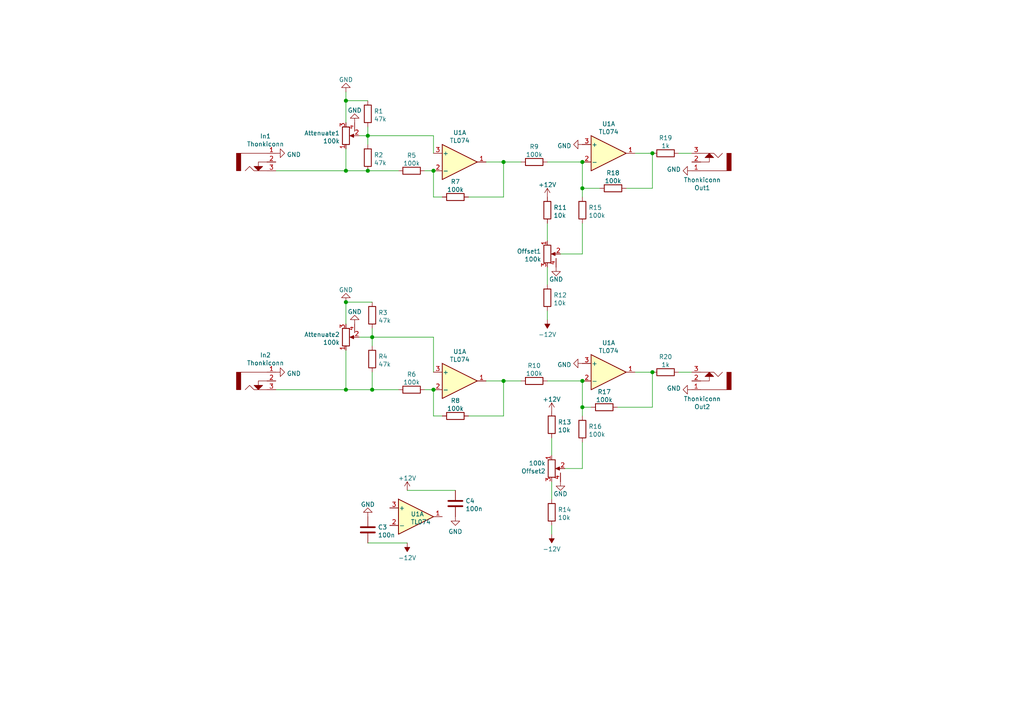
<source format=kicad_sch>
(kicad_sch (version 20210126) (generator eeschema)
  (paper "A4")
  (lib_symbols
    (symbol "Amplifier_Operational:TL074" (pin_names (offset 0.127))
      (property "Reference" "U" (at 0 5.08 0))
      (property "Value" "TL074" (at 0 -5.08 0))
      (symbol "TL074_1_1"
        (polyline (pts (xy -5.08 5.08) (xy 5.08 0) (xy -5.08 -5.08) (xy -5.08 5.08)) (stroke (width 0.254)) (fill (type background)))
        (pin output line (at 7.62 0 180) (length 2.54) (name "~") (number "1"))
        (pin input line (at -7.62 -2.54 0) (length 2.54) (name "-") (number "2"))
        (pin input line (at -7.62 2.54 0) (length 2.54) (name "+") (number "3"))
      )
      (symbol "TL074_2_1"
        (polyline (pts (xy -5.08 5.08) (xy 5.08 0) (xy -5.08 -5.08) (xy -5.08 5.08)) (stroke (width 0.254)) (fill (type background)))
        (pin input line (at -7.62 2.54 0) (length 2.54) (name "+") (number "5"))
        (pin input line (at -7.62 -2.54 0) (length 2.54) (name "-") (number "6"))
        (pin output line (at 7.62 0 180) (length 2.54) (name "~") (number "7"))
      )
      (symbol "TL074_3_1"
        (polyline (pts (xy -5.08 5.08) (xy 5.08 0) (xy -5.08 -5.08) (xy -5.08 5.08)) (stroke (width 0.254)) (fill (type background)))
        (pin input line (at -7.62 2.54 0) (length 2.54) (name "+") (number "10"))
        (pin output line (at 7.62 0 180) (length 2.54) (name "~") (number "8"))
        (pin input line (at -7.62 -2.54 0) (length 2.54) (name "-") (number "9"))
      )
      (symbol "TL074_4_1"
        (polyline (pts (xy -5.08 5.08) (xy 5.08 0) (xy -5.08 -5.08) (xy -5.08 5.08)) (stroke (width 0.254)) (fill (type background)))
        (pin input line (at -7.62 2.54 0) (length 2.54) (name "+") (number "12"))
        (pin input line (at -7.62 -2.54 0) (length 2.54) (name "-") (number "13"))
        (pin output line (at 7.62 0 180) (length 2.54) (name "~") (number "14"))
      )
      (symbol "TL074_5_1"
        (pin power_in line (at -2.54 -7.62 90) (length 3.81) (name "V-") (number "11"))
        (pin power_in line (at -2.54 7.62 270) (length 3.81) (name "V+") (number "4"))
      )
    )
    (symbol "Device:C" (pin_numbers hide) (pin_names (offset 0.254))
      (property "Reference" "C" (at 0.635 2.54 0))
      (property "Value" "C" (at 0.635 -2.54 0))
      (symbol "C_0_1"
        (polyline (pts (xy -2.032 -0.762) (xy 2.032 -0.762)) (stroke (width 0.508)))
        (polyline (pts (xy -2.032 0.762) (xy 2.032 0.762)) (stroke (width 0.508)))
      )
      (symbol "C_1_1"
        (pin passive line (at 0 3.81 270) (length 2.794) (name "~") (number "1"))
        (pin passive line (at 0 -3.81 90) (length 2.794) (name "~") (number "2"))
      )
    )
    (symbol "Device:R" (pin_numbers hide) (pin_names (offset 0))
      (property "Reference" "R" (at 2.032 0 90))
      (property "Value" "R" (at 0 0 90))
      (symbol "R_0_1"
        (rectangle (start -1.016 -2.54) (end 1.016 2.54) (stroke (width 0.254)))
      )
      (symbol "R_1_1"
        (pin passive line (at 0 3.81 270) (length 1.27) (name "~") (number "1"))
        (pin passive line (at 0 -3.81 90) (length 1.27) (name "~") (number "2"))
      )
    )
    (symbol "Device:R_Potentiometer_GND2" (pin_names (offset 1.016) hide)
      (property "Reference" "RV" (at -4.445 0 90))
      (property "Value" "R_Potentiometer_GND2" (at -2.54 0 90))
      (symbol "R_Potentiometer_GND2_0_1"
        (rectangle (start 1.016 2.54) (end -1.016 -2.54) (stroke (width 0.254)))
        (polyline (pts (xy 2.54 0) (xy 1.524 0)))
        (polyline (pts (xy 1.143 0) (xy 2.286 0.508) (xy 2.286 -0.508) (xy 1.143 0)) (fill (type outline)))
      )
      (symbol "R_Potentiometer_GND2_1_1"
        (pin passive line (at 0 3.81 270) (length 1.27) (name "1") (number "1"))
        (pin passive line (at 3.81 0 180) (length 1.27) (name "2") (number "2"))
        (pin passive line (at 0 -3.81 90) (length 1.27) (name "3") (number "3"))
        (pin passive line (at 2.54 -3.81 90) (length 2.54) (name "GND") (number "4"))
      )
    )
    (symbol "nathans_symbols:Thonkiconn"
      (property "Reference" "U" (at -2.54 7.62 0))
      (property "Value" "Thonkiconn" (at -2.54 5.08 0))
      (symbol "Thonkiconn_0_1"
        (rectangle (start -11.43 2.54) (end -10.16 -2.54) (stroke (width 0.1524)) (fill (type outline)))
        (polyline (pts (xy -2.54 2.54) (xy -10.16 2.54)) (stroke (width 0.1524)))
        (polyline (pts (xy -2.54 0) (xy -5.08 0) (xy -5.08 -2.54)) (stroke (width 0.1524)))
        (polyline (pts (xy -2.54 -2.54) (xy -6.35 -2.54) (xy -7.62 -1.27) (xy -8.89 -2.54)) (stroke (width 0.1524)))
        (polyline (pts (xy -5.08 -2.54) (xy -6.35 -1.27) (xy -3.81 -1.27) (xy -5.08 -2.54)) (stroke (width 0.1524)) (fill (type outline)))
      )
      (symbol "Thonkiconn_1_1"
        (pin passive line (at 0 2.54 180) (length 2.54) (name "") (number "1"))
        (pin passive line (at 0 0 180) (length 2.54) (name "") (number "2"))
        (pin passive line (at 0 -2.54 180) (length 2.54) (name "") (number "3"))
      )
    )
    (symbol "power:+12V" (power) (pin_names (offset 0))
      (property "Value" "+12V" (at 0 3.556 0))
      (symbol "+12V_0_1"
        (polyline (pts (xy -0.762 1.27) (xy 0 2.54)))
        (polyline (pts (xy 0 0) (xy 0 2.54)))
        (polyline (pts (xy 0 2.54) (xy 0.762 1.27)))
      )
      (symbol "+12V_1_1"
        (pin power_in line (at 0 0 90) (length 0) hide (name "+12V") (number "1"))
      )
    )
    (symbol "power:-12V" (power) (pin_names (offset 0))
      (property "Value" "-12V" (at 0 3.81 0))
      (symbol "-12V_0_0"
        (pin power_in line (at 0 0 90) (length 0) hide (name "-12V") (number "1"))
      )
      (symbol "-12V_0_1"
        (polyline (pts (xy 0 0) (xy 0 1.27) (xy 0.762 1.27) (xy 0 2.54) (xy -0.762 1.27) (xy 0 1.27)) (fill (type outline)))
      )
    )
    (symbol "power:GND" (power) (pin_names (offset 0))
      (property "Value" "GND" (at 0 -3.81 0))
      (symbol "GND_0_1"
        (polyline (pts (xy 0 0) (xy 0 -1.27) (xy 1.27 -1.27) (xy 0 -2.54) (xy -1.27 -1.27) (xy 0 -1.27)))
      )
      (symbol "GND_1_1"
        (pin power_in line (at 0 0 270) (length 0) hide (name "GND") (number "1"))
      )
    )
  )
  (junction (at 100.33 29.21) (diameter 1.016))
  (junction (at 100.33 49.53) (diameter 1.016))
  (junction (at 100.33 87.63) (diameter 1.016))
  (junction (at 100.33 113.03) (diameter 1.016))
  (junction (at 106.68 39.37) (diameter 1.016))
  (junction (at 106.68 49.53) (diameter 1.016))
  (junction (at 107.95 97.79) (diameter 1.016))
  (junction (at 107.95 113.03) (diameter 1.016))
  (junction (at 125.73 49.53) (diameter 1.016))
  (junction (at 125.73 113.03) (diameter 1.016))
  (junction (at 146.05 46.99) (diameter 1.016))
  (junction (at 146.05 110.49) (diameter 1.016))
  (junction (at 168.91 46.99) (diameter 1.016))
  (junction (at 168.91 54.61) (diameter 1.016))
  (junction (at 168.91 110.49) (diameter 1.016))
  (junction (at 168.91 118.11) (diameter 1.016))
  (junction (at 189.23 44.45) (diameter 1.016))
  (junction (at 189.23 107.95) (diameter 1.016))
  (wire (pts (xy 80.01 49.53) (xy 100.33 49.53)))
  (wire (pts (xy 80.01 113.03) (xy 100.33 113.03)))
  (wire (pts (xy 100.33 26.67) (xy 100.33 29.21)))
  (wire (pts (xy 100.33 29.21) (xy 100.33 35.56)))
  (wire (pts (xy 100.33 29.21) (xy 106.68 29.21)))
  (wire (pts (xy 100.33 43.18) (xy 100.33 49.53)))
  (wire (pts (xy 100.33 49.53) (xy 106.68 49.53)))
  (wire (pts (xy 100.33 87.63) (xy 100.33 93.98)))
  (wire (pts (xy 100.33 101.6) (xy 100.33 113.03)))
  (wire (pts (xy 104.14 39.37) (xy 106.68 39.37)))
  (wire (pts (xy 104.14 97.79) (xy 107.95 97.79)))
  (wire (pts (xy 106.68 36.83) (xy 106.68 39.37)))
  (wire (pts (xy 106.68 39.37) (xy 106.68 41.91)))
  (wire (pts (xy 106.68 39.37) (xy 125.73 39.37)))
  (wire (pts (xy 106.68 49.53) (xy 115.57 49.53)))
  (wire (pts (xy 106.68 157.48) (xy 118.11 157.48)))
  (wire (pts (xy 107.95 87.63) (xy 100.33 87.63)))
  (wire (pts (xy 107.95 95.25) (xy 107.95 97.79)))
  (wire (pts (xy 107.95 97.79) (xy 107.95 100.33)))
  (wire (pts (xy 107.95 97.79) (xy 125.73 97.79)))
  (wire (pts (xy 107.95 107.95) (xy 107.95 113.03)))
  (wire (pts (xy 107.95 113.03) (xy 100.33 113.03)))
  (wire (pts (xy 115.57 113.03) (xy 107.95 113.03)))
  (wire (pts (xy 118.11 142.24) (xy 132.08 142.24)))
  (wire (pts (xy 123.19 49.53) (xy 125.73 49.53)))
  (wire (pts (xy 123.19 113.03) (xy 125.73 113.03)))
  (wire (pts (xy 125.73 39.37) (xy 125.73 44.45)))
  (wire (pts (xy 125.73 49.53) (xy 125.73 57.15)))
  (wire (pts (xy 125.73 57.15) (xy 128.27 57.15)))
  (wire (pts (xy 125.73 97.79) (xy 125.73 107.95)))
  (wire (pts (xy 125.73 113.03) (xy 125.73 120.65)))
  (wire (pts (xy 125.73 120.65) (xy 128.27 120.65)))
  (wire (pts (xy 135.89 57.15) (xy 146.05 57.15)))
  (wire (pts (xy 135.89 120.65) (xy 146.05 120.65)))
  (wire (pts (xy 146.05 46.99) (xy 140.97 46.99)))
  (wire (pts (xy 146.05 57.15) (xy 146.05 46.99)))
  (wire (pts (xy 146.05 110.49) (xy 140.97 110.49)))
  (wire (pts (xy 146.05 120.65) (xy 146.05 110.49)))
  (wire (pts (xy 151.13 46.99) (xy 146.05 46.99)))
  (wire (pts (xy 151.13 110.49) (xy 146.05 110.49)))
  (wire (pts (xy 158.75 46.99) (xy 168.91 46.99)))
  (wire (pts (xy 158.75 64.77) (xy 158.75 69.85)))
  (wire (pts (xy 158.75 77.47) (xy 158.75 82.55)))
  (wire (pts (xy 158.75 90.17) (xy 158.75 92.71)))
  (wire (pts (xy 158.75 110.49) (xy 168.91 110.49)))
  (wire (pts (xy 160.02 127) (xy 160.02 132.08)))
  (wire (pts (xy 160.02 139.7) (xy 160.02 144.78)))
  (wire (pts (xy 160.02 152.4) (xy 160.02 154.94)))
  (wire (pts (xy 162.56 73.66) (xy 168.91 73.66)))
  (wire (pts (xy 163.83 135.89) (xy 168.91 135.89)))
  (wire (pts (xy 168.91 46.99) (xy 168.91 54.61)))
  (wire (pts (xy 168.91 54.61) (xy 168.91 57.15)))
  (wire (pts (xy 168.91 54.61) (xy 173.99 54.61)))
  (wire (pts (xy 168.91 64.77) (xy 168.91 73.66)))
  (wire (pts (xy 168.91 110.49) (xy 168.91 118.11)))
  (wire (pts (xy 168.91 118.11) (xy 168.91 120.65)))
  (wire (pts (xy 168.91 118.11) (xy 171.45 118.11)))
  (wire (pts (xy 168.91 135.89) (xy 168.91 128.27)))
  (wire (pts (xy 179.07 118.11) (xy 189.23 118.11)))
  (wire (pts (xy 181.61 54.61) (xy 189.23 54.61)))
  (wire (pts (xy 189.23 44.45) (xy 184.15 44.45)))
  (wire (pts (xy 189.23 54.61) (xy 189.23 44.45)))
  (wire (pts (xy 189.23 107.95) (xy 184.15 107.95)))
  (wire (pts (xy 189.23 118.11) (xy 189.23 107.95)))
  (wire (pts (xy 196.85 44.45) (xy 200.66 44.45)))
  (wire (pts (xy 196.85 107.95) (xy 200.66 107.95)))
  (symbol (lib_id "power:+12V") (at 118.11 142.24 0)
    (property "Reference" "#PWR048" (effects hide))
    (property "Value" "+12V" (at 118.11 138.6926 0))
  )
  (symbol (lib_id "power:-12V") (at 118.11 157.48 180)
    (property "Reference" "#PWR049" (effects hide))
    (property "Value" "-12V" (at 118.11 161.8044 0))
  )
  (symbol (lib_id "power:+12V") (at 158.75 57.15 0)
    (property "Reference" "#PWR051" (effects hide))
    (property "Value" "+12V" (at 158.75 53.6026 0))
  )
  (symbol (lib_id "power:-12V") (at 158.75 92.71 180)
    (property "Reference" "#PWR052" (effects hide))
    (property "Value" "-12V" (at 158.75 97.0344 0))
  )
  (symbol (lib_id "power:+12V") (at 160.02 119.38 0)
    (property "Reference" "#PWR053" (effects hide))
    (property "Value" "+12V" (at 160.02 115.8326 0))
  )
  (symbol (lib_id "power:-12V") (at 160.02 154.94 180)
    (property "Reference" "#PWR054" (effects hide))
    (property "Value" "-12V" (at 160.02 159.2644 0))
  )
  (symbol (lib_id "power:GND") (at 80.01 44.45 90)
    (property "Reference" "#PWR041" (effects hide))
    (property "Value" "GND" (at 83.1851 44.8385 90) (effects (justify right)))
  )
  (symbol (lib_id "power:GND") (at 80.01 107.95 90)
    (property "Reference" "#PWR042" (effects hide))
    (property "Value" "GND" (at 83.1851 108.3385 90) (effects (justify right)))
  )
  (symbol (lib_id "power:GND") (at 100.33 26.67 180)
    (property "Reference" "#PWR043" (effects hide))
    (property "Value" "GND" (at 100.33 23.1226 0))
  )
  (symbol (lib_id "power:GND") (at 100.33 87.63 180)
    (property "Reference" "#PWR044" (effects hide))
    (property "Value" "GND" (at 100.33 84.0826 0))
  )
  (symbol (lib_id "power:GND") (at 102.87 35.56 0) (mirror x)
    (property "Reference" "#PWR045" (effects hide))
    (property "Value" "GND" (at 102.87 32.0126 0))
  )
  (symbol (lib_id "power:GND") (at 102.87 93.98 0) (mirror x)
    (property "Reference" "#PWR046" (effects hide))
    (property "Value" "GND" (at 102.87 90.4326 0))
  )
  (symbol (lib_id "power:GND") (at 106.68 149.86 180)
    (property "Reference" "#PWR047" (effects hide))
    (property "Value" "GND" (at 106.68 146.3126 0))
  )
  (symbol (lib_id "power:GND") (at 132.08 149.86 0)
    (property "Reference" "#PWR050" (effects hide))
    (property "Value" "GND" (at 132.08 154.1844 0))
  )
  (symbol (lib_id "power:GND") (at 161.29 77.47 0)
    (property "Reference" "#PWR055" (effects hide))
    (property "Value" "GND" (at 161.29 81.0174 0))
  )
  (symbol (lib_id "power:GND") (at 162.56 139.7 0)
    (property "Reference" "#PWR056" (effects hide))
    (property "Value" "GND" (at 162.56 143.2474 0))
  )
  (symbol (lib_id "power:GND") (at 168.91 41.91 270)
    (property "Reference" "#PWR057" (effects hide))
    (property "Value" "GND" (at 165.735 42.2985 90) (effects (justify right)))
  )
  (symbol (lib_id "power:GND") (at 168.91 105.41 270)
    (property "Reference" "#PWR058" (effects hide))
    (property "Value" "GND" (at 165.735 105.7985 90) (effects (justify right)))
  )
  (symbol (lib_id "power:GND") (at 200.66 49.53 270)
    (property "Reference" "#PWR059" (effects hide))
    (property "Value" "GND" (at 197.4849 49.1415 90) (effects (justify right)))
  )
  (symbol (lib_id "power:GND") (at 200.66 113.03 270)
    (property "Reference" "#PWR060" (effects hide))
    (property "Value" "GND" (at 197.4849 112.6415 90) (effects (justify right)))
  )
  (symbol (lib_id "Amplifier_Operational:TL074") (at 120.65 149.86 0)
    (property "Reference" "U1" (at 119.1261 149.0991 0) (effects (justify left)))
    (property "Value" "TL074" (at 119.1261 151.3978 0) (effects (justify left)))
    (property "Footprint" "Package_SO:SOIC-14_3.9x8.7mm_P1.27mm" (effects hide))
    (property "Datasheet" "http://www.ti.com/lit/ds/symlink/tl071.pdf" (effects hide))
    (property "LCSC" "C12594" (effects hide))
  )
  (symbol (lib_id "Device:R") (at 106.68 33.02 180)
    (property "Reference" "R1" (at 108.4581 32.2591 0) (effects (justify right)))
    (property "Value" "47k" (at 108.4581 34.5578 0) (effects (justify right)))
    (property "Footprint" "Resistor_SMD:R_0805_2012MetricValue" (effects hide))
    (property "LCSC" "C17713" (effects hide))
  )
  (symbol (lib_id "Device:R") (at 106.68 45.72 180)
    (property "Reference" "R2" (at 108.4581 44.9591 0) (effects (justify right)))
    (property "Value" "47k" (at 108.4581 47.2578 0) (effects (justify right)))
    (property "Footprint" "Resistor_SMD:R_0805_2012MetricValue" (effects hide))
    (property "LCSC" "C17713" (effects hide))
  )
  (symbol (lib_id "Device:R") (at 107.95 91.44 180)
    (property "Reference" "R3" (at 109.7281 90.6791 0) (effects (justify right)))
    (property "Value" "47k" (at 109.7281 92.9778 0) (effects (justify right)))
    (property "Footprint" "Resistor_SMD:R_0805_2012MetricValue" (effects hide))
    (property "LCSC" "C17713" (effects hide))
  )
  (symbol (lib_id "Device:R") (at 107.95 104.14 180)
    (property "Reference" "R4" (at 109.7281 103.3791 0) (effects (justify right)))
    (property "Value" "47k" (at 109.7281 105.6778 0) (effects (justify right)))
    (property "Footprint" "Resistor_SMD:R_0805_2012MetricValue" (effects hide))
    (property "LCSC" "C17713" (effects hide))
  )
  (symbol (lib_id "Device:R") (at 119.38 49.53 90)
    (property "Reference" "R5" (at 119.38 45.0808 90))
    (property "Value" "100k" (at 119.38 47.3795 90))
    (property "Footprint" "Resistor_SMD:R_0805_2012MetricValue" (effects hide))
    (property "LCSC" "C17407" (effects hide))
  )
  (symbol (lib_id "Device:R") (at 119.38 113.03 90)
    (property "Reference" "R6" (at 119.38 108.5808 90))
    (property "Value" "100k" (at 119.38 110.8795 90))
    (property "Footprint" "Resistor_SMD:R_0805_2012MetricValue" (effects hide))
    (property "LCSC" "C17407" (effects hide))
  )
  (symbol (lib_id "Device:R") (at 132.08 57.15 90)
    (property "Reference" "R7" (at 132.08 52.7008 90))
    (property "Value" "100k" (at 132.08 54.9995 90))
    (property "Footprint" "Resistor_SMD:R_0805_2012MetricValue" (effects hide))
    (property "LCSC" "C17407" (effects hide))
  )
  (symbol (lib_id "Device:R") (at 132.08 120.65 90)
    (property "Reference" "R8" (at 132.08 116.2008 90))
    (property "Value" "100k" (at 132.08 118.4995 90))
    (property "Footprint" "Resistor_SMD:R_0805_2012MetricValue" (effects hide))
    (property "LCSC" "C17407" (effects hide))
  )
  (symbol (lib_id "Device:R") (at 154.94 46.99 90)
    (property "Reference" "R9" (at 154.94 42.5408 90))
    (property "Value" "100k" (at 154.94 44.8395 90))
    (property "Footprint" "Resistor_SMD:R_0805_2012MetricValue" (effects hide))
    (property "LCSC" "C17407" (effects hide))
  )
  (symbol (lib_id "Device:R") (at 154.94 110.49 90)
    (property "Reference" "R10" (at 154.94 106.0408 90))
    (property "Value" "100k" (at 154.94 108.3395 90))
    (property "Footprint" "Resistor_SMD:R_0805_2012MetricValue" (effects hide))
    (property "LCSC" "C17407" (effects hide))
  )
  (symbol (lib_id "Device:R") (at 158.75 60.96 180)
    (property "Reference" "R11" (at 160.5281 60.1991 0) (effects (justify right)))
    (property "Value" "10k" (at 160.5281 62.4978 0) (effects (justify right)))
    (property "Footprint" "Resistor_SMD:R_0805_2012MetricValue" (effects hide))
    (property "LCSC" "C17414" (effects hide))
  )
  (symbol (lib_id "Device:R") (at 158.75 86.36 180)
    (property "Reference" "R12" (at 160.5281 85.5991 0) (effects (justify right)))
    (property "Value" "10k" (at 160.5281 87.8978 0) (effects (justify right)))
    (property "Footprint" "Resistor_SMD:R_0805_2012MetricValue" (effects hide))
    (property "LCSC" "C17414" (effects hide))
  )
  (symbol (lib_id "Device:R") (at 160.02 123.19 180)
    (property "Reference" "R13" (at 161.7981 122.4291 0) (effects (justify right)))
    (property "Value" "10k" (at 161.7981 124.7278 0) (effects (justify right)))
    (property "Footprint" "Resistor_SMD:R_0805_2012MetricValue" (effects hide))
    (property "LCSC" "C17414" (effects hide))
  )
  (symbol (lib_id "Device:R") (at 160.02 148.59 180)
    (property "Reference" "R14" (at 161.7981 147.8291 0) (effects (justify right)))
    (property "Value" "10k" (at 161.7981 150.1278 0) (effects (justify right)))
    (property "Footprint" "Resistor_SMD:R_0805_2012MetricValue" (effects hide))
    (property "LCSC" "C17414" (effects hide))
  )
  (symbol (lib_id "Device:R") (at 168.91 60.96 180)
    (property "Reference" "R15" (at 170.6881 60.1991 0) (effects (justify right)))
    (property "Value" "100k" (at 170.6881 62.4978 0) (effects (justify right)))
    (property "Footprint" "Resistor_SMD:R_0805_2012MetricValue" (effects hide))
    (property "LCSC" "C17407" (effects hide))
  )
  (symbol (lib_id "Device:R") (at 168.91 124.46 180)
    (property "Reference" "R16" (at 170.6881 123.6991 0) (effects (justify right)))
    (property "Value" "100k" (at 170.6881 125.9978 0) (effects (justify right)))
    (property "Footprint" "Resistor_SMD:R_0805_2012MetricValue" (effects hide))
    (property "LCSC" "C17407" (effects hide))
  )
  (symbol (lib_id "Device:R") (at 175.26 118.11 90)
    (property "Reference" "R17" (at 175.26 113.6608 90))
    (property "Value" "100k" (at 175.26 115.9595 90))
    (property "Footprint" "Resistor_SMD:R_0805_2012MetricValue" (effects hide))
    (property "LCSC" "C17407" (effects hide))
  )
  (symbol (lib_id "Device:R") (at 177.8 54.61 90)
    (property "Reference" "R18" (at 177.8 50.1608 90))
    (property "Value" "100k" (at 177.8 52.4595 90))
    (property "Footprint" "Resistor_SMD:R_0805_2012MetricValue" (effects hide))
    (property "LCSC" "C17407" (effects hide))
  )
  (symbol (lib_id "Device:R") (at 193.04 44.45 90)
    (property "Reference" "R19" (at 193.04 40.0008 90))
    (property "Value" "1k" (at 193.04 42.2995 90))
    (property "Footprint" "Resistor_SMD:R_0805_2012MetricValue" (effects hide))
    (property "LCSC" "C17513" (effects hide))
  )
  (symbol (lib_id "Device:R") (at 193.04 107.95 90)
    (property "Reference" "R20" (at 193.04 103.5008 90))
    (property "Value" "1k" (at 193.04 105.7995 90))
    (property "Footprint" "Resistor_SMD:R_0805_2012MetricValue" (effects hide))
    (property "LCSC" "C17513" (effects hide))
  )
  (symbol (lib_id "Device:C") (at 106.68 153.67 0)
    (property "Reference" "C3" (at 109.6011 152.9091 0) (effects (justify left)))
    (property "Value" "100n" (at 109.6011 155.2078 0) (effects (justify left)))
    (property "Footprint" "Capacitor_SMD:C_0805_2012MetricVal" (effects hide))
    (property "LCSC" "C49678" (effects hide))
  )
  (symbol (lib_id "Device:C") (at 132.08 146.05 0)
    (property "Reference" "C4" (at 135.0011 145.2891 0) (effects (justify left)))
    (property "Value" "100n" (at 135.0011 147.5878 0) (effects (justify left)))
    (property "Footprint" "Capacitor_SMD:C_0805_2012MetricVal" (effects hide))
    (property "LCSC" "C49678" (effects hide))
  )
  (symbol (lib_id "Device:R_Potentiometer_GND2") (at 100.33 39.37 0) (mirror x)
    (property "Reference" "Attenuate1" (at 98.552 38.6091 0) (effects (justify right)))
    (property "Value" "100k" (at 98.552 40.9078 0) (effects (justify right)))
    (property "Footprint" "Potentiometer_THT:Potentiometer_GND_Alpha_RD901F-40-00D_Single_Vertical_CircularHoles" (effects hide))
  )
  (symbol (lib_id "Device:R_Potentiometer_GND2") (at 100.33 97.79 0) (mirror x)
    (property "Reference" "Attenuate2" (at 98.552 97.0291 0) (effects (justify right)))
    (property "Value" "100k" (at 98.552 99.3278 0) (effects (justify right)))
    (property "Footprint" "Potentiometer_THT:Potentiometer_GND_Alpha_RD901F-40-00D_Single_Vertical_CircularHoles" (effects hide))
  )
  (symbol (lib_id "Device:R_Potentiometer_GND2") (at 158.75 73.66 0)
    (property "Reference" "Offset1" (at 156.9719 72.8991 0) (effects (justify right)))
    (property "Value" "100k" (at 156.9719 75.1978 0) (effects (justify right)))
    (property "Footprint" "Potentiometer_THT:Potentiometer_GND_Alpha_RD901F-40-00D_Single_Vertical_CircularHoles" (effects hide))
  )
  (symbol (lib_id "Device:R_Potentiometer_GND2") (at 160.02 135.89 0)
    (property "Reference" "Offset2" (at 158.2419 136.6509 0) (effects (justify right)))
    (property "Value" "100k" (at 158.2419 134.3522 0) (effects (justify right)))
    (property "Footprint" "Potentiometer_THT:Potentiometer_GND_Alpha_RD901F-40-00D_Single_Vertical_CircularHoles" (effects hide))
  )
  (symbol (lib_id "nathans_symbols:Thonkiconn") (at 80.01 46.99 0)
    (property "Reference" "In1" (at 76.9874 39.4928 0))
    (property "Value" "Thonkiconn" (at 76.9874 41.7915 0))
    (property "Footprint" "kicad_libraries:Thonkiconn" (effects hide))
  )
  (symbol (lib_id "nathans_symbols:Thonkiconn") (at 80.01 110.49 0)
    (property "Reference" "In2" (at 76.9874 102.9928 0))
    (property "Value" "Thonkiconn" (at 76.9874 105.2915 0))
    (property "Footprint" "kicad_libraries:Thonkiconn" (effects hide))
  )
  (symbol (lib_id "nathans_symbols:Thonkiconn") (at 200.66 46.99 180)
    (property "Reference" "Out1" (at 203.6826 54.4872 0))
    (property "Value" "Thonkiconn" (at 203.6826 52.1885 0))
    (property "Footprint" "kicad_libraries:Thonkiconn" (effects hide))
  )
  (symbol (lib_id "nathans_symbols:Thonkiconn") (at 200.66 110.49 180)
    (property "Reference" "Out2" (at 203.6826 117.9872 0))
    (property "Value" "Thonkiconn" (at 203.6826 115.6885 0))
    (property "Footprint" "kicad_libraries:Thonkiconn" (effects hide))
  )
  (symbol (lib_id "Amplifier_Operational:TL074") (at 133.35 46.99 0)
    (property "Reference" "U1" (at 133.35 38.4768 0))
    (property "Value" "TL074" (at 133.35 40.7755 0))
    (property "Footprint" "Package_SO:SOIC-14_3.9x8.7mm_P1.27mm" (effects hide))
    (property "Datasheet" "http://www.ti.com/lit/ds/symlink/tl071.pdf" (effects hide))
    (property "LCSC" "C12594" (effects hide))
  )
  (symbol (lib_id "Amplifier_Operational:TL074") (at 133.35 110.49 0)
    (property "Reference" "U1" (at 133.35 101.9768 0))
    (property "Value" "TL074" (at 133.35 104.2755 0))
    (property "Footprint" "Package_SO:SOIC-14_3.9x8.7mm_P1.27mm" (effects hide))
    (property "Datasheet" "http://www.ti.com/lit/ds/symlink/tl071.pdf" (effects hide))
    (property "LCSC" "C12594" (effects hide))
  )
  (symbol (lib_id "Amplifier_Operational:TL074") (at 176.53 44.45 0)
    (property "Reference" "U1" (at 176.53 35.9368 0))
    (property "Value" "TL074" (at 176.53 38.2355 0))
    (property "Footprint" "Package_SO:SOIC-14_3.9x8.7mm_P1.27mm" (effects hide))
    (property "Datasheet" "http://www.ti.com/lit/ds/symlink/tl071.pdf" (effects hide))
    (property "LCSC" "C12594" (effects hide))
  )
  (symbol (lib_id "Amplifier_Operational:TL074") (at 176.53 107.95 0)
    (property "Reference" "U1" (at 176.53 99.4368 0))
    (property "Value" "TL074" (at 176.53 101.7355 0))
    (property "Footprint" "Package_SO:SOIC-14_3.9x8.7mm_P1.27mm" (effects hide))
    (property "Datasheet" "http://www.ti.com/lit/ds/symlink/tl071.pdf" (effects hide))
    (property "LCSC" "C12594" (effects hide))
  )
)
</source>
